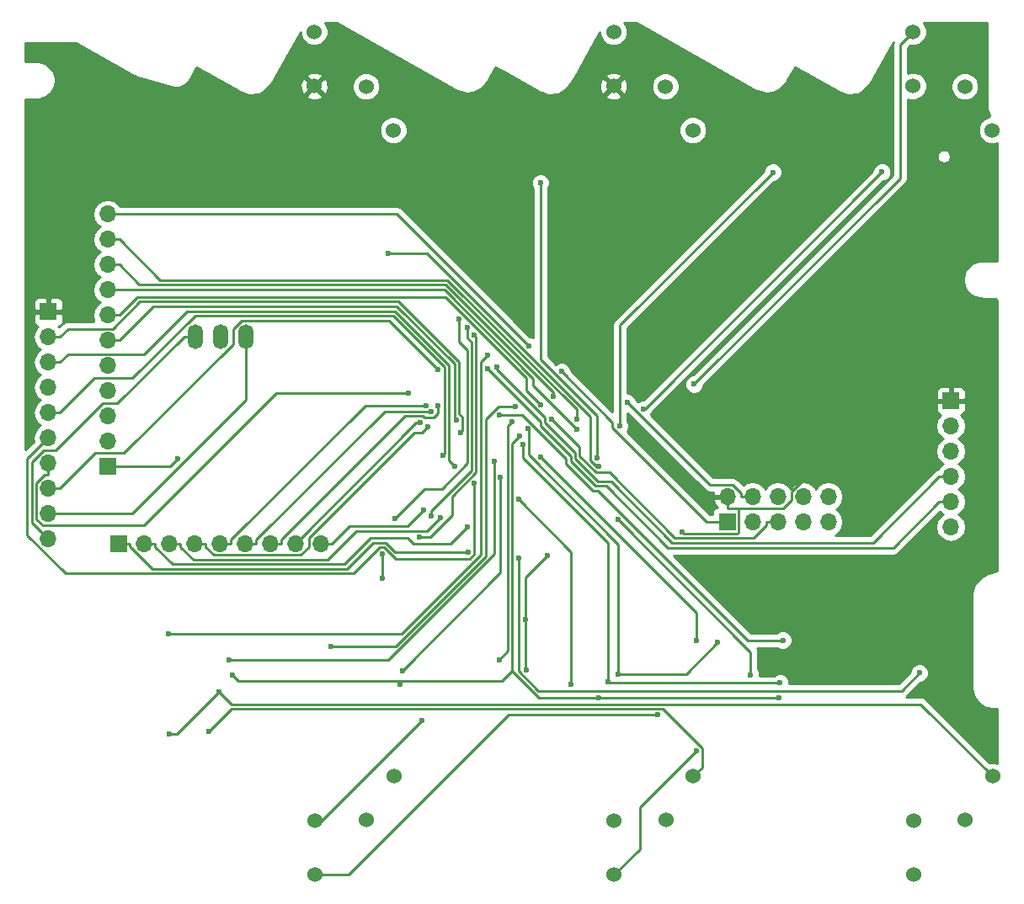
<source format=gbl>
G04 #@! TF.FileFunction,Copper,L2,Bot,Signal*
%FSLAX46Y46*%
G04 Gerber Fmt 4.6, Leading zero omitted, Abs format (unit mm)*
G04 Created by KiCad (PCBNEW 4.0.7-e2-6376~58~ubuntu16.04.1) date Wed Aug  1 19:42:02 2018*
%MOMM*%
%LPD*%
G01*
G04 APERTURE LIST*
%ADD10C,0.100000*%
%ADD11R,1.700000X1.700000*%
%ADD12O,1.700000X1.700000*%
%ADD13O,1.501140X2.499360*%
%ADD14C,1.524000*%
%ADD15C,0.600000*%
%ADD16C,0.250000*%
%ADD17C,0.254000*%
G04 APERTURE END LIST*
D10*
D11*
X160270000Y-96140000D03*
D12*
X160270000Y-93600000D03*
X162810000Y-96140000D03*
X162810000Y-93600000D03*
X165350000Y-96140000D03*
X165350000Y-93600000D03*
X167890000Y-96140000D03*
X167890000Y-93600000D03*
X170430000Y-96140000D03*
X170430000Y-93600000D03*
D11*
X97970000Y-90590000D03*
D12*
X97970000Y-88050000D03*
X97970000Y-85510000D03*
X97970000Y-82970000D03*
X97970000Y-80430000D03*
X97970000Y-77890000D03*
X97970000Y-75350000D03*
X97970000Y-72810000D03*
X97970000Y-70270000D03*
X97970000Y-67730000D03*
X97970000Y-65190000D03*
D11*
X182750000Y-83950000D03*
D12*
X182750000Y-86490000D03*
X182750000Y-89030000D03*
X182750000Y-91570000D03*
X182750000Y-94110000D03*
X182750000Y-96650000D03*
D11*
X99060000Y-98300000D03*
D12*
X101600000Y-98300000D03*
X104140000Y-98300000D03*
X106680000Y-98300000D03*
X109220000Y-98300000D03*
X111760000Y-98300000D03*
X114300000Y-98300000D03*
X116840000Y-98300000D03*
X119380000Y-98300000D03*
D11*
X92000000Y-75000000D03*
D12*
X92000000Y-77540000D03*
X92000000Y-80080000D03*
X92000000Y-82620000D03*
X92000000Y-85160000D03*
X92000000Y-87700000D03*
X92000000Y-90240000D03*
X92000000Y-92780000D03*
X92000000Y-95320000D03*
X92000000Y-97860000D03*
D13*
X109350000Y-77470000D03*
X106810000Y-77470000D03*
X111890000Y-77470000D03*
D14*
X126750000Y-121750000D03*
X124000000Y-126150000D03*
X118800000Y-126200000D03*
X118800000Y-131650000D03*
X126700000Y-56750000D03*
X123950000Y-52350000D03*
X118750000Y-52300000D03*
X118750000Y-46850000D03*
X156850000Y-121750000D03*
X154100000Y-126150000D03*
X148900000Y-126200000D03*
X148900000Y-131650000D03*
X156800000Y-56750000D03*
X154050000Y-52350000D03*
X148850000Y-52300000D03*
X148850000Y-46850000D03*
X186950000Y-121750000D03*
X184200000Y-126150000D03*
X179000000Y-126200000D03*
X179000000Y-131650000D03*
X186900000Y-56750000D03*
X184150000Y-52350000D03*
X178950000Y-52300000D03*
X178950000Y-46850000D03*
D15*
X142205500Y-99504500D03*
X140112800Y-111065500D03*
X140024700Y-105950000D03*
X150207600Y-84106000D03*
X125606700Y-101792100D03*
X125586400Y-99364700D03*
X155723000Y-97136100D03*
X109179100Y-113211900D03*
X104192200Y-117476000D03*
X108132300Y-117213200D03*
X157153200Y-119177900D03*
X143628500Y-81024700D03*
X142637700Y-85801400D03*
X141495200Y-62032800D03*
X147156200Y-89678200D03*
X126221600Y-69118900D03*
X147349100Y-90556100D03*
X129555500Y-116158700D03*
X153293100Y-115569200D03*
X156947900Y-82292900D03*
X105032300Y-89780800D03*
X133052800Y-85876800D03*
X141551700Y-84364600D03*
X145163900Y-86825800D03*
X142763800Y-83522000D03*
X145153600Y-85775100D03*
X140291900Y-78407500D03*
X136170000Y-80697100D03*
X137152700Y-80601500D03*
X134199100Y-99151500D03*
X134174200Y-96628800D03*
X131416500Y-95702000D03*
X130187700Y-86533100D03*
X129985000Y-84427800D03*
X130534600Y-85010000D03*
X131171300Y-84444000D03*
X129365300Y-86135100D03*
X129764100Y-94913700D03*
X133468100Y-87133800D03*
X132901300Y-90531400D03*
X131657800Y-89455800D03*
X134865600Y-92223200D03*
X110167800Y-110035000D03*
X136841300Y-90081400D03*
X127590900Y-111128800D03*
X137491000Y-91620600D03*
X144549900Y-112495000D03*
X139280200Y-93880100D03*
X162633800Y-111512300D03*
X149299900Y-95904100D03*
X134132400Y-76619400D03*
X130535100Y-95539000D03*
X179592900Y-111335000D03*
X139282200Y-99767100D03*
X139710800Y-88390600D03*
X165589200Y-112351000D03*
X148317000Y-112184600D03*
X149334300Y-111449000D03*
X159325900Y-108274600D03*
X140203700Y-86780900D03*
X127370000Y-112480600D03*
X110534200Y-111588500D03*
X165505000Y-113865800D03*
X147314700Y-113795000D03*
X139366600Y-87511600D03*
X104122900Y-107435000D03*
X136171500Y-79382000D03*
X120456000Y-108665000D03*
X139000000Y-84560700D03*
X137335100Y-109992300D03*
X138650800Y-86031600D03*
X157195600Y-108050300D03*
X141522300Y-89642200D03*
X165868100Y-108037500D03*
X137353400Y-85366100D03*
X128209600Y-83175300D03*
X131191300Y-80832800D03*
X164867600Y-60961200D03*
X149466200Y-86506700D03*
X175834800Y-60941500D03*
X151848300Y-84795700D03*
X133300100Y-75767400D03*
X126840700Y-95780300D03*
X134812500Y-77328300D03*
X129342500Y-97685600D03*
D16*
X111890000Y-77470000D02*
X111890000Y-79045100D01*
X100442700Y-95320000D02*
X92000000Y-95320000D01*
X111890000Y-83872700D02*
X100442700Y-95320000D01*
X111890000Y-79045100D02*
X111890000Y-83872700D01*
X140024700Y-101685300D02*
X142205500Y-99504500D01*
X140024700Y-105950000D02*
X140024700Y-101685300D01*
X162810000Y-93600000D02*
X161634700Y-93600000D01*
X140024700Y-110977400D02*
X140112800Y-111065500D01*
X140024700Y-105950000D02*
X140024700Y-110977400D01*
X158526300Y-92424700D02*
X150207600Y-84106000D01*
X160826800Y-92424700D02*
X158526300Y-92424700D01*
X161634700Y-93232600D02*
X160826800Y-92424700D01*
X161634700Y-93600000D02*
X161634700Y-93232600D01*
X125606700Y-99385000D02*
X125586400Y-99364700D01*
X125606700Y-101792100D02*
X125606700Y-99385000D01*
X165869300Y-94775400D02*
X161445400Y-94775400D01*
X166714600Y-93930100D02*
X165869300Y-94775400D01*
X166714600Y-93084600D02*
X166714600Y-93930100D01*
X175849200Y-83950000D02*
X166714600Y-93084600D01*
X182750000Y-83950000D02*
X175849200Y-83950000D01*
X161445300Y-94775300D02*
X160270000Y-94775300D01*
X161445400Y-94775400D02*
X161445300Y-94775300D01*
X160270000Y-93600000D02*
X160270000Y-94775300D01*
X155902200Y-97315300D02*
X155723000Y-97136100D01*
X161303900Y-97315300D02*
X155902200Y-97315300D01*
X161445400Y-97173800D02*
X161303900Y-97315300D01*
X161445400Y-94775400D02*
X161445400Y-97173800D01*
X104915000Y-117476000D02*
X104192200Y-117476000D01*
X109179100Y-113211900D02*
X104915000Y-117476000D01*
X179691100Y-114491100D02*
X186950000Y-121750000D01*
X110458300Y-114491100D02*
X179691100Y-114491100D01*
X109179100Y-113211900D02*
X110458300Y-114491100D01*
X110401700Y-114943800D02*
X108132300Y-117213200D01*
X153822000Y-114943800D02*
X110401700Y-114943800D01*
X157778500Y-118900300D02*
X153822000Y-114943800D01*
X157778500Y-120821500D02*
X157778500Y-118900300D01*
X156850000Y-121750000D02*
X157778500Y-120821500D01*
X151475000Y-124856100D02*
X157153200Y-119177900D01*
X151475000Y-129075000D02*
X151475000Y-124856100D01*
X148900000Y-131650000D02*
X151475000Y-129075000D01*
X158190400Y-96140000D02*
X160270000Y-96140000D01*
X148735900Y-86685500D02*
X158190400Y-96140000D01*
X148735900Y-86132100D02*
X148735900Y-86685500D01*
X143628500Y-81024700D02*
X148735900Y-86132100D01*
X165350000Y-96140000D02*
X164174700Y-96140000D01*
X145432300Y-88596000D02*
X142637700Y-85801400D01*
X145432300Y-89545900D02*
X145432300Y-88596000D01*
X147067800Y-91181400D02*
X145432300Y-89545900D01*
X148431900Y-91181400D02*
X147067800Y-91181400D01*
X155016100Y-97765600D02*
X148431900Y-91181400D01*
X162916400Y-97765600D02*
X155016100Y-97765600D01*
X164174700Y-96507300D02*
X162916400Y-97765600D01*
X164174700Y-96140000D02*
X164174700Y-96507300D01*
X90373500Y-96233500D02*
X92000000Y-97860000D01*
X90373500Y-90140000D02*
X90373500Y-96233500D01*
X91543500Y-88970000D02*
X90373500Y-90140000D01*
X92779700Y-88970000D02*
X91543500Y-88970000D01*
X97509700Y-84240000D02*
X92779700Y-88970000D01*
X98964100Y-84240000D02*
X97509700Y-84240000D01*
X105734100Y-77470000D02*
X98964100Y-84240000D01*
X106810000Y-77470000D02*
X105734100Y-77470000D01*
X147156200Y-85436700D02*
X147156200Y-89678200D01*
X141495200Y-79775700D02*
X147156200Y-85436700D01*
X141495200Y-62032800D02*
X141495200Y-79775700D01*
X130083600Y-69118900D02*
X126221600Y-69118900D01*
X146480700Y-85516000D02*
X130083600Y-69118900D01*
X146480700Y-89935300D02*
X146480700Y-85516000D01*
X147101500Y-90556100D02*
X146480700Y-89935300D01*
X147349100Y-90556100D02*
X147101500Y-90556100D01*
X119514200Y-126200000D02*
X129555500Y-116158700D01*
X118800000Y-126200000D02*
X119514200Y-126200000D01*
X138323700Y-115569200D02*
X153293100Y-115569200D01*
X122242900Y-131650000D02*
X138323700Y-115569200D01*
X118800000Y-131650000D02*
X122242900Y-131650000D01*
X177673900Y-61566900D02*
X156947900Y-82292900D01*
X177674000Y-61566900D02*
X177673900Y-61566900D01*
X177674000Y-48126000D02*
X177674000Y-61566900D01*
X178950000Y-46850000D02*
X177674000Y-48126000D01*
X104223100Y-90590000D02*
X105032300Y-89780800D01*
X97970000Y-90590000D02*
X104223100Y-90590000D01*
X97970000Y-77890000D02*
X99145300Y-77890000D01*
X132842700Y-85666700D02*
X133052800Y-85876800D01*
X132842700Y-80236000D02*
X132842700Y-85666700D01*
X127065600Y-74458900D02*
X132842700Y-80236000D01*
X102576400Y-74458900D02*
X127065600Y-74458900D01*
X99145300Y-77890000D02*
X102576400Y-74458900D01*
X97970000Y-75350000D02*
X99145300Y-75350000D01*
X100975800Y-73519500D02*
X99145300Y-75350000D01*
X131936600Y-73519500D02*
X100975800Y-73519500D01*
X140084900Y-81667800D02*
X131936600Y-73519500D01*
X140084900Y-82897800D02*
X140084900Y-81667800D01*
X141551700Y-84364600D02*
X140084900Y-82897800D01*
X131864000Y-72810000D02*
X97970000Y-72810000D01*
X140760300Y-81706300D02*
X131864000Y-72810000D01*
X140760300Y-82422200D02*
X140760300Y-81706300D01*
X145163900Y-86825800D02*
X140760300Y-82422200D01*
X97970000Y-70270000D02*
X99145300Y-70270000D01*
X101125300Y-72250000D02*
X99145300Y-70270000D01*
X131940900Y-72250000D02*
X101125300Y-72250000D01*
X142763800Y-83072900D02*
X131940900Y-72250000D01*
X142763800Y-83522000D02*
X142763800Y-83072900D01*
X97970000Y-67730000D02*
X99145300Y-67730000D01*
X103214900Y-71799600D02*
X99145300Y-67730000D01*
X132127400Y-71799600D02*
X103214900Y-71799600D01*
X145153600Y-84825800D02*
X132127400Y-71799600D01*
X145153600Y-85775100D02*
X145153600Y-84825800D01*
X127074400Y-65190000D02*
X140291900Y-78407500D01*
X97970000Y-65190000D02*
X127074400Y-65190000D01*
X182750000Y-94110000D02*
X181574700Y-94110000D01*
X176959300Y-98725400D02*
X181574700Y-94110000D01*
X154298200Y-98725400D02*
X176959300Y-98725400D01*
X148105100Y-92532300D02*
X154298200Y-98725400D01*
X147045700Y-92532300D02*
X148105100Y-92532300D01*
X144531700Y-90018300D02*
X147045700Y-92532300D01*
X144531700Y-89502600D02*
X144531700Y-90018300D01*
X141499800Y-86470700D02*
X144531700Y-89502600D01*
X141499800Y-86026900D02*
X141499800Y-86470700D01*
X136170000Y-80697100D02*
X141499800Y-86026900D01*
X182750000Y-91570000D02*
X181574700Y-91570000D01*
X174928800Y-98215900D02*
X181574700Y-91570000D01*
X154744100Y-98215900D02*
X174928800Y-98215900D01*
X148610200Y-92082000D02*
X154744100Y-98215900D01*
X147300100Y-92082000D02*
X148610200Y-92082000D01*
X144982000Y-89763900D02*
X147300100Y-92082000D01*
X144982000Y-89154600D02*
X144982000Y-89763900D01*
X141950100Y-86122700D02*
X144982000Y-89154600D01*
X141950100Y-85647300D02*
X141950100Y-86122700D01*
X137152700Y-80849900D02*
X141950100Y-85647300D01*
X137152700Y-80601500D02*
X137152700Y-80849900D01*
X99060000Y-98300000D02*
X100235300Y-98300000D01*
X126894500Y-99151500D02*
X134199100Y-99151500D01*
X125974500Y-98231500D02*
X126894500Y-99151500D01*
X124638100Y-98231500D02*
X125974500Y-98231500D01*
X122010500Y-100859100D02*
X124638100Y-98231500D01*
X102465500Y-100859100D02*
X122010500Y-100859100D01*
X100235300Y-98628900D02*
X102465500Y-100859100D01*
X100235300Y-98300000D02*
X100235300Y-98628900D01*
X101600000Y-98300000D02*
X102775300Y-98300000D01*
X132492000Y-98311000D02*
X134174200Y-96628800D01*
X128717100Y-98311000D02*
X132492000Y-98311000D01*
X128160400Y-97754300D02*
X128717100Y-98311000D01*
X124401600Y-97754300D02*
X128160400Y-97754300D01*
X121747100Y-100408800D02*
X124401600Y-97754300D01*
X104516800Y-100408800D02*
X121747100Y-100408800D01*
X102775300Y-98667300D02*
X104516800Y-100408800D01*
X102775300Y-98300000D02*
X102775300Y-98667300D01*
X104140000Y-98300000D02*
X105315300Y-98300000D01*
X105315300Y-98667400D02*
X105315300Y-98300000D01*
X106606400Y-99958500D02*
X105315300Y-98667400D01*
X120097600Y-99958500D02*
X106606400Y-99958500D01*
X123001100Y-97055000D02*
X120097600Y-99958500D01*
X130063500Y-97055000D02*
X123001100Y-97055000D01*
X131416500Y-95702000D02*
X130063500Y-97055000D01*
X106680000Y-98300000D02*
X107855300Y-98300000D01*
X129562400Y-87158400D02*
X130187700Y-86533100D01*
X128778500Y-87158400D02*
X129562400Y-87158400D01*
X118204600Y-97732300D02*
X128778500Y-87158400D01*
X118204600Y-98645900D02*
X118204600Y-97732300D01*
X117375200Y-99475300D02*
X118204600Y-98645900D01*
X108663200Y-99475300D02*
X117375200Y-99475300D01*
X107855300Y-98667400D02*
X108663200Y-99475300D01*
X107855300Y-98300000D02*
X107855300Y-98667400D01*
X109220000Y-98300000D02*
X110395300Y-98300000D01*
X123900200Y-84427800D02*
X129985000Y-84427800D01*
X110395300Y-97932700D02*
X123900200Y-84427800D01*
X110395300Y-98300000D02*
X110395300Y-97932700D01*
X111760000Y-98300000D02*
X112935300Y-98300000D01*
X112935300Y-97932700D02*
X112935300Y-98300000D01*
X125808500Y-85059500D02*
X112935300Y-97932700D01*
X130485100Y-85059500D02*
X125808500Y-85059500D01*
X130534600Y-85010000D02*
X130485100Y-85059500D01*
X114300000Y-98300000D02*
X115475300Y-98300000D01*
X115475300Y-97932700D02*
X115475300Y-98300000D01*
X127898200Y-85509800D02*
X115475300Y-97932700D01*
X129665200Y-85509800D02*
X127898200Y-85509800D01*
X129815700Y-85660300D02*
X129665200Y-85509800D01*
X130768900Y-85660300D02*
X129815700Y-85660300D01*
X131171300Y-85257900D02*
X130768900Y-85660300D01*
X131171300Y-84444000D02*
X131171300Y-85257900D01*
X129004900Y-86135100D02*
X116840000Y-98300000D01*
X129365300Y-86135100D02*
X129004900Y-86135100D01*
X122311300Y-96544000D02*
X120555300Y-98300000D01*
X128133800Y-96544000D02*
X122311300Y-96544000D01*
X129764100Y-94913700D02*
X128133800Y-96544000D01*
X119380000Y-98300000D02*
X120555300Y-98300000D01*
X92000000Y-77540000D02*
X93175300Y-77540000D01*
X133678100Y-86923800D02*
X133468100Y-87133800D01*
X133678100Y-85617700D02*
X133678100Y-86923800D01*
X133293200Y-85232800D02*
X133678100Y-85617700D01*
X133293100Y-85232800D02*
X133293200Y-85232800D01*
X133293100Y-80049500D02*
X133293100Y-85232800D01*
X127233400Y-73989800D02*
X133293100Y-80049500D01*
X101230400Y-73989800D02*
X127233400Y-73989800D01*
X98511300Y-76708900D02*
X101230400Y-73989800D01*
X94006400Y-76708900D02*
X98511300Y-76708900D01*
X93175300Y-77540000D02*
X94006400Y-76708900D01*
X92000000Y-80080000D02*
X93175300Y-80080000D01*
X132305000Y-89935100D02*
X132901300Y-90531400D01*
X132305000Y-80368500D02*
X132305000Y-89935100D01*
X126888300Y-74951800D02*
X132305000Y-80368500D01*
X105951300Y-74951800D02*
X126888300Y-74951800D01*
X101654200Y-79248900D02*
X105951300Y-74951800D01*
X94006400Y-79248900D02*
X101654200Y-79248900D01*
X93175300Y-80080000D02*
X94006400Y-79248900D01*
X92000000Y-85160000D02*
X93175300Y-85160000D01*
X131851100Y-89262500D02*
X131657800Y-89455800D01*
X131851100Y-80586800D02*
X131851100Y-89262500D01*
X126666400Y-75402100D02*
X131851100Y-80586800D01*
X106774800Y-75402100D02*
X126666400Y-75402100D01*
X100476900Y-81700000D02*
X106774800Y-75402100D01*
X96635300Y-81700000D02*
X100476900Y-81700000D01*
X93175300Y-85160000D02*
X96635300Y-81700000D01*
X134865600Y-99388100D02*
X134865600Y-92223200D01*
X134429700Y-99824000D02*
X134865600Y-99388100D01*
X126930100Y-99824000D02*
X134429700Y-99824000D01*
X125806000Y-98699900D02*
X126930100Y-99824000D01*
X125366700Y-98699900D02*
X125806000Y-98699900D01*
X122757200Y-101309400D02*
X125366700Y-98699900D01*
X93728700Y-101309400D02*
X122757200Y-101309400D01*
X89889500Y-97470200D02*
X93728700Y-101309400D01*
X89889500Y-89810500D02*
X89889500Y-97470200D01*
X92000000Y-87700000D02*
X89889500Y-89810500D01*
X136841300Y-99391700D02*
X136841300Y-90081400D01*
X126198000Y-110035000D02*
X136841300Y-99391700D01*
X110167800Y-110035000D02*
X126198000Y-110035000D01*
X137491000Y-101228700D02*
X137491000Y-91620600D01*
X127590900Y-111128800D02*
X137491000Y-101228700D01*
X144549900Y-99149800D02*
X144549900Y-112495000D01*
X139280200Y-93880100D02*
X144549900Y-99149800D01*
X162633800Y-109238000D02*
X149299900Y-95904100D01*
X162633800Y-111512300D02*
X162633800Y-109238000D01*
X130535100Y-95032500D02*
X130535100Y-95539000D01*
X134578700Y-90988900D02*
X130535100Y-95032500D01*
X134578700Y-78077500D02*
X134578700Y-90988900D01*
X134132400Y-77631200D02*
X134578700Y-78077500D01*
X134132400Y-76619400D02*
X134132400Y-77631200D01*
X139282200Y-111128100D02*
X139282200Y-99767100D01*
X141276400Y-113122300D02*
X139282200Y-111128100D01*
X177805600Y-113122300D02*
X141276400Y-113122300D01*
X179592900Y-111335000D02*
X177805600Y-113122300D01*
X148483400Y-112351000D02*
X148317000Y-112184600D01*
X165589200Y-112351000D02*
X148483400Y-112351000D01*
X139710800Y-89670400D02*
X139710800Y-88390600D01*
X148317000Y-98276600D02*
X139710800Y-89670400D01*
X148317000Y-112184600D02*
X148317000Y-98276600D01*
X156151500Y-111449000D02*
X149334300Y-111449000D01*
X159325900Y-108274600D02*
X156151500Y-111449000D01*
X140336100Y-86913300D02*
X140203700Y-86780900D01*
X140336100Y-89394900D02*
X140336100Y-86913300D01*
X149334200Y-98393000D02*
X140336100Y-89394900D01*
X149334200Y-111449000D02*
X149334200Y-98393000D01*
X149334300Y-111449000D02*
X149334200Y-111449000D01*
X111125300Y-112179600D02*
X110534200Y-111588500D01*
X127370000Y-112179600D02*
X111125300Y-112179600D01*
X127370000Y-112179600D02*
X127370000Y-112480600D01*
X147385500Y-113865800D02*
X147314700Y-113795000D01*
X165505000Y-113865800D02*
X147385500Y-113865800D01*
X137622300Y-112179600D02*
X127370000Y-112179600D01*
X138654800Y-111147100D02*
X137622300Y-112179600D01*
X141302700Y-113795000D02*
X138654800Y-111147100D01*
X147314700Y-113795000D02*
X141302700Y-113795000D01*
X138654800Y-88223400D02*
X139366600Y-87511600D01*
X138654800Y-111147100D02*
X138654800Y-88223400D01*
X135540600Y-80012900D02*
X136171500Y-79382000D01*
X135540600Y-99402400D02*
X135540600Y-80012900D01*
X127508000Y-107435000D02*
X135540600Y-99402400D01*
X104122900Y-107435000D02*
X127508000Y-107435000D01*
X137238400Y-84560700D02*
X139000000Y-84560700D01*
X135991000Y-85808100D02*
X137238400Y-84560700D01*
X135991000Y-99588900D02*
X135991000Y-85808100D01*
X126914900Y-108665000D02*
X135991000Y-99588900D01*
X120456000Y-108665000D02*
X126914900Y-108665000D01*
X138198200Y-86484200D02*
X138650800Y-86031600D01*
X138198200Y-109129200D02*
X138198200Y-86484200D01*
X137335100Y-109992300D02*
X138198200Y-109129200D01*
X157195600Y-105315500D02*
X141522300Y-89642200D01*
X157195600Y-108050300D02*
X157195600Y-105315500D01*
X139673600Y-85366100D02*
X137353400Y-85366100D01*
X144081400Y-89773900D02*
X139673600Y-85366100D01*
X144081400Y-90284800D02*
X144081400Y-89773900D01*
X146779200Y-92982600D02*
X144081400Y-90284800D01*
X147312800Y-92982600D02*
X146779200Y-92982600D01*
X162367700Y-108037500D02*
X147312800Y-92982600D01*
X165868100Y-108037500D02*
X162367700Y-108037500D01*
X92000000Y-90240000D02*
X92000000Y-91415300D01*
X114919900Y-83175300D02*
X128209600Y-83175300D01*
X101599800Y-96495400D02*
X114919900Y-83175300D01*
X91477100Y-96495400D02*
X101599800Y-96495400D01*
X90824700Y-95843000D02*
X91477100Y-96495400D01*
X90824700Y-92223200D02*
X90824700Y-95843000D01*
X91632600Y-91415300D02*
X90824700Y-92223200D01*
X92000000Y-91415300D02*
X91632600Y-91415300D01*
X92000000Y-92780000D02*
X93175300Y-92780000D01*
X126251000Y-75892500D02*
X131191300Y-80832800D01*
X111442000Y-75892500D02*
X126251000Y-75892500D01*
X110620000Y-76714500D02*
X111442000Y-75892500D01*
X110620000Y-78233900D02*
X110620000Y-76714500D01*
X99628500Y-89225400D02*
X110620000Y-78233900D01*
X96729900Y-89225400D02*
X99628500Y-89225400D01*
X93175300Y-92780000D02*
X96729900Y-89225400D01*
X149466200Y-76362600D02*
X164867600Y-60961200D01*
X149466200Y-86506700D02*
X149466200Y-76362600D01*
X151980600Y-84795700D02*
X151848300Y-84795700D01*
X175834800Y-60941500D02*
X151980600Y-84795700D01*
X129826800Y-92794200D02*
X126840700Y-95780300D01*
X131570100Y-92794200D02*
X129826800Y-92794200D01*
X134128400Y-90235900D02*
X131570100Y-92794200D01*
X134128400Y-78871000D02*
X134128400Y-90235900D01*
X133300100Y-78042700D02*
X134128400Y-78871000D01*
X133300100Y-75767400D02*
X133300100Y-78042700D01*
X130404600Y-97685600D02*
X129342500Y-97685600D01*
X132639500Y-95450700D02*
X130404600Y-97685600D01*
X132639500Y-93565000D02*
X132639500Y-95450700D01*
X135029000Y-91175500D02*
X132639500Y-93565000D01*
X135029000Y-77544800D02*
X135029000Y-91175500D01*
X134812500Y-77328300D02*
X135029000Y-77544800D01*
D17*
G36*
X121472230Y-46220761D02*
X121472231Y-46220761D01*
X121472232Y-46220762D01*
X133129928Y-52749376D01*
X133194089Y-52770223D01*
X133252955Y-52803190D01*
X133809581Y-52984049D01*
X134075002Y-53015463D01*
X134075003Y-53015463D01*
X134658469Y-52969543D01*
X134658470Y-52969543D01*
X134915709Y-52896994D01*
X135437190Y-52631286D01*
X135444196Y-52625763D01*
X135647084Y-52465819D01*
X136027187Y-52020775D01*
X136060153Y-51961910D01*
X136103963Y-51910616D01*
X136319376Y-51525982D01*
X136319377Y-51525978D01*
X136319380Y-51525975D01*
X136959253Y-50383401D01*
X138106585Y-51025938D01*
X138106587Y-51025939D01*
X141534075Y-52945431D01*
X141598267Y-52966288D01*
X141657113Y-52999244D01*
X142213739Y-53180103D01*
X142479160Y-53211517D01*
X142479161Y-53211517D01*
X143062627Y-53165597D01*
X143319866Y-53093049D01*
X143841347Y-52827341D01*
X144051241Y-52661874D01*
X144431344Y-52216830D01*
X144464346Y-52157901D01*
X144508112Y-52106657D01*
X144516151Y-52092302D01*
X147440856Y-52092302D01*
X147468638Y-52647368D01*
X147627603Y-53031143D01*
X147869787Y-53100608D01*
X148670395Y-52300000D01*
X149029605Y-52300000D01*
X149830213Y-53100608D01*
X150072397Y-53031143D01*
X150216702Y-52626661D01*
X152652758Y-52626661D01*
X152864990Y-53140303D01*
X153257630Y-53533629D01*
X153770900Y-53746757D01*
X154326661Y-53747242D01*
X154840303Y-53535010D01*
X155233629Y-53142370D01*
X155446757Y-52629100D01*
X155447242Y-52073339D01*
X155235010Y-51559697D01*
X154842370Y-51166371D01*
X154329100Y-50953243D01*
X153773339Y-50952758D01*
X153259697Y-51164990D01*
X152866371Y-51557630D01*
X152653243Y-52070900D01*
X152652758Y-52626661D01*
X150216702Y-52626661D01*
X150259144Y-52507698D01*
X150231362Y-51952632D01*
X150072397Y-51568857D01*
X149830213Y-51499392D01*
X149029605Y-52300000D01*
X148670395Y-52300000D01*
X147869787Y-51499392D01*
X147627603Y-51568857D01*
X147440856Y-52092302D01*
X144516151Y-52092302D01*
X144948781Y-51319787D01*
X148049392Y-51319787D01*
X148850000Y-52120395D01*
X149650608Y-51319787D01*
X149581143Y-51077603D01*
X149057698Y-50890856D01*
X148502632Y-50918638D01*
X148118857Y-51077603D01*
X148049392Y-51319787D01*
X144948781Y-51319787D01*
X147453001Y-46848190D01*
X147452758Y-47126661D01*
X147664990Y-47640303D01*
X148057630Y-48033629D01*
X148570900Y-48246757D01*
X149126661Y-48247242D01*
X149640303Y-48035010D01*
X150033629Y-47642370D01*
X150246757Y-47129100D01*
X150247242Y-46573339D01*
X150035010Y-46059697D01*
X149936252Y-45960766D01*
X151107986Y-45960766D01*
X151572237Y-46220761D01*
X151572238Y-46220761D01*
X151572239Y-46220762D01*
X163229939Y-52749379D01*
X163294104Y-52770227D01*
X163352968Y-52803193D01*
X163909594Y-52984051D01*
X164175015Y-53015465D01*
X164758481Y-52969545D01*
X164758482Y-52969545D01*
X165015721Y-52896996D01*
X165537201Y-52631288D01*
X165579882Y-52597641D01*
X165747095Y-52465821D01*
X166127198Y-52020777D01*
X166160155Y-51961928D01*
X166203980Y-51910615D01*
X166419388Y-51525971D01*
X167059259Y-50383401D01*
X168206591Y-51025938D01*
X168206593Y-51025939D01*
X171634081Y-52945431D01*
X171698237Y-52966277D01*
X171757104Y-52999244D01*
X172313730Y-53180103D01*
X172579151Y-53211517D01*
X172579152Y-53211517D01*
X173162618Y-53165597D01*
X173419857Y-53093049D01*
X173941338Y-52827341D01*
X174151232Y-52661874D01*
X174531335Y-52216830D01*
X174564308Y-52157952D01*
X174608118Y-52106657D01*
X176956195Y-47913872D01*
X176914000Y-48126000D01*
X176914000Y-61251998D01*
X156808220Y-81357778D01*
X156762733Y-81357738D01*
X156418957Y-81499783D01*
X156155708Y-81762573D01*
X156013062Y-82106101D01*
X156012738Y-82478067D01*
X156154783Y-82821843D01*
X156417573Y-83085092D01*
X156761101Y-83227738D01*
X157133067Y-83228062D01*
X157476843Y-83086017D01*
X157589366Y-82973690D01*
X181265000Y-82973690D01*
X181265000Y-83664250D01*
X181423750Y-83823000D01*
X182623000Y-83823000D01*
X182623000Y-82623750D01*
X182877000Y-82623750D01*
X182877000Y-83823000D01*
X184076250Y-83823000D01*
X184235000Y-83664250D01*
X184235000Y-82973690D01*
X184138327Y-82740301D01*
X183959698Y-82561673D01*
X183726309Y-82465000D01*
X183035750Y-82465000D01*
X182877000Y-82623750D01*
X182623000Y-82623750D01*
X182464250Y-82465000D01*
X181773691Y-82465000D01*
X181540302Y-82561673D01*
X181361673Y-82740301D01*
X181265000Y-82973690D01*
X157589366Y-82973690D01*
X157740092Y-82823227D01*
X157882738Y-82479699D01*
X157882779Y-82432823D01*
X178211100Y-62104502D01*
X178211401Y-62104301D01*
X178376148Y-61857739D01*
X178434000Y-61566900D01*
X178434000Y-59375772D01*
X181367894Y-59375772D01*
X181420037Y-59637910D01*
X181568526Y-59860140D01*
X181790756Y-60008629D01*
X182052894Y-60060772D01*
X182060935Y-60060772D01*
X182323073Y-60008629D01*
X182545303Y-59860140D01*
X182693792Y-59637910D01*
X182745935Y-59375772D01*
X182693792Y-59113634D01*
X182545303Y-58891404D01*
X182323073Y-58742915D01*
X182060935Y-58690772D01*
X182052894Y-58690772D01*
X181790756Y-58742915D01*
X181568526Y-58891404D01*
X181420037Y-59113634D01*
X181367894Y-59375772D01*
X178434000Y-59375772D01*
X178434000Y-53598388D01*
X178670900Y-53696757D01*
X179226661Y-53697242D01*
X179740303Y-53485010D01*
X180133629Y-53092370D01*
X180327007Y-52626661D01*
X182752758Y-52626661D01*
X182964990Y-53140303D01*
X183357630Y-53533629D01*
X183870900Y-53746757D01*
X184426661Y-53747242D01*
X184940303Y-53535010D01*
X185333629Y-53142370D01*
X185546757Y-52629100D01*
X185547242Y-52073339D01*
X185335010Y-51559697D01*
X184942370Y-51166371D01*
X184429100Y-50953243D01*
X183873339Y-50952758D01*
X183359697Y-51164990D01*
X182966371Y-51557630D01*
X182753243Y-52070900D01*
X182752758Y-52626661D01*
X180327007Y-52626661D01*
X180346757Y-52579100D01*
X180347242Y-52023339D01*
X180135010Y-51509697D01*
X179742370Y-51116371D01*
X179229100Y-50903243D01*
X178673339Y-50902758D01*
X178434000Y-51001651D01*
X178434000Y-48440802D01*
X178640619Y-48234183D01*
X178670900Y-48246757D01*
X179226661Y-48247242D01*
X179740303Y-48035010D01*
X180133629Y-47642370D01*
X180346757Y-47129100D01*
X180347242Y-46573339D01*
X180135010Y-46059697D01*
X180036252Y-45960766D01*
X186367894Y-45960766D01*
X186367894Y-54275766D01*
X186373680Y-54304853D01*
X186370402Y-54334327D01*
X186392328Y-54589862D01*
X186416855Y-54674536D01*
X186429745Y-54761741D01*
X186602388Y-55245023D01*
X186666814Y-55352636D01*
X186666904Y-55352796D01*
X186623339Y-55352758D01*
X186109697Y-55564990D01*
X185716371Y-55957630D01*
X185503243Y-56470900D01*
X185502758Y-57026661D01*
X185714990Y-57540303D01*
X186107630Y-57933629D01*
X186620900Y-58146757D01*
X187176661Y-58147242D01*
X187420111Y-58046651D01*
X187374898Y-58360363D01*
X187377524Y-58409665D01*
X187367894Y-58458078D01*
X187367894Y-69890769D01*
X185852897Y-69890769D01*
X185786743Y-69903928D01*
X185719260Y-69903928D01*
X185260039Y-69995273D01*
X185118111Y-70054062D01*
X185013112Y-70097554D01*
X184623804Y-70357681D01*
X184539357Y-70442128D01*
X184434812Y-70546672D01*
X184174685Y-70935981D01*
X184135741Y-71030000D01*
X184072404Y-71182908D01*
X183981059Y-71642128D01*
X183981059Y-71909404D01*
X184072404Y-72368624D01*
X184087973Y-72406210D01*
X184174685Y-72615551D01*
X184434812Y-73004860D01*
X184495120Y-73065167D01*
X184623804Y-73193851D01*
X185013112Y-73453978D01*
X185115392Y-73496344D01*
X185260039Y-73556259D01*
X185719260Y-73647604D01*
X185786743Y-73647604D01*
X185852897Y-73660763D01*
X187257411Y-73660763D01*
X187367894Y-73852130D01*
X187367894Y-101035884D01*
X186305579Y-101422536D01*
X186290436Y-101431725D01*
X186273084Y-101435309D01*
X186132279Y-101494848D01*
X186070343Y-101536894D01*
X186002047Y-101567546D01*
X185595222Y-101856886D01*
X185510246Y-101946969D01*
X185422677Y-102034537D01*
X185097518Y-102521172D01*
X185059202Y-102613676D01*
X184995237Y-102768101D01*
X184881056Y-103342126D01*
X184881056Y-103409593D01*
X184867894Y-103475763D01*
X184867894Y-112775766D01*
X184881056Y-112841936D01*
X184881056Y-112909403D01*
X184995237Y-113483428D01*
X185039698Y-113590766D01*
X185097518Y-113730357D01*
X185422677Y-114216992D01*
X185481452Y-114275766D01*
X185611668Y-114405983D01*
X186098304Y-114731142D01*
X186345232Y-114833423D01*
X186919257Y-114947604D01*
X186986725Y-114947604D01*
X187052894Y-114960766D01*
X187367894Y-114960766D01*
X187367894Y-120093454D01*
X187377525Y-120141871D01*
X187374899Y-120191169D01*
X187409025Y-120427954D01*
X187229100Y-120353243D01*
X186673339Y-120352758D01*
X186640945Y-120366143D01*
X180228501Y-113953699D01*
X179981939Y-113788952D01*
X179691100Y-113731100D01*
X178236145Y-113731100D01*
X178343001Y-113659701D01*
X179732580Y-112270122D01*
X179778067Y-112270162D01*
X180121843Y-112128117D01*
X180385092Y-111865327D01*
X180527738Y-111521799D01*
X180528062Y-111149833D01*
X180386017Y-110806057D01*
X180123227Y-110542808D01*
X179779699Y-110400162D01*
X179407733Y-110399838D01*
X179063957Y-110541883D01*
X178800708Y-110804673D01*
X178658062Y-111148201D01*
X178658021Y-111195077D01*
X177490798Y-112362300D01*
X166524191Y-112362300D01*
X166524362Y-112165833D01*
X166382317Y-111822057D01*
X166119527Y-111558808D01*
X165775999Y-111416162D01*
X165404033Y-111415838D01*
X165060257Y-111557883D01*
X165027082Y-111591000D01*
X163568732Y-111591000D01*
X163568962Y-111327133D01*
X163426917Y-110983357D01*
X163393800Y-110950182D01*
X163393800Y-109238000D01*
X163359744Y-109066792D01*
X163335948Y-108947160D01*
X163235948Y-108797500D01*
X165305637Y-108797500D01*
X165337773Y-108829692D01*
X165681301Y-108972338D01*
X166053267Y-108972662D01*
X166397043Y-108830617D01*
X166660292Y-108567827D01*
X166802938Y-108224299D01*
X166803262Y-107852333D01*
X166661217Y-107508557D01*
X166398427Y-107245308D01*
X166054899Y-107102662D01*
X165682933Y-107102338D01*
X165339157Y-107244383D01*
X165305982Y-107277500D01*
X162682502Y-107277500D01*
X154890402Y-99485400D01*
X176959300Y-99485400D01*
X177250139Y-99427548D01*
X177496701Y-99262801D01*
X181642252Y-95117250D01*
X181670853Y-95160054D01*
X182000026Y-95380000D01*
X181670853Y-95599946D01*
X181348946Y-96081715D01*
X181235907Y-96650000D01*
X181348946Y-97218285D01*
X181670853Y-97700054D01*
X182152622Y-98021961D01*
X182720907Y-98135000D01*
X182779093Y-98135000D01*
X183347378Y-98021961D01*
X183829147Y-97700054D01*
X184151054Y-97218285D01*
X184264093Y-96650000D01*
X184151054Y-96081715D01*
X183829147Y-95599946D01*
X183499974Y-95380000D01*
X183829147Y-95160054D01*
X184151054Y-94678285D01*
X184264093Y-94110000D01*
X184151054Y-93541715D01*
X183829147Y-93059946D01*
X183499974Y-92840000D01*
X183829147Y-92620054D01*
X184151054Y-92138285D01*
X184264093Y-91570000D01*
X184151054Y-91001715D01*
X183829147Y-90519946D01*
X183499974Y-90300000D01*
X183829147Y-90080054D01*
X184151054Y-89598285D01*
X184264093Y-89030000D01*
X184151054Y-88461715D01*
X183829147Y-87979946D01*
X183499974Y-87760000D01*
X183829147Y-87540054D01*
X184151054Y-87058285D01*
X184264093Y-86490000D01*
X184151054Y-85921715D01*
X183829147Y-85439946D01*
X183785223Y-85410597D01*
X183959698Y-85338327D01*
X184138327Y-85159699D01*
X184235000Y-84926310D01*
X184235000Y-84235750D01*
X184076250Y-84077000D01*
X182877000Y-84077000D01*
X182877000Y-84097000D01*
X182623000Y-84097000D01*
X182623000Y-84077000D01*
X181423750Y-84077000D01*
X181265000Y-84235750D01*
X181265000Y-84926310D01*
X181361673Y-85159699D01*
X181540302Y-85338327D01*
X181714777Y-85410597D01*
X181670853Y-85439946D01*
X181348946Y-85921715D01*
X181235907Y-86490000D01*
X181348946Y-87058285D01*
X181670853Y-87540054D01*
X182000026Y-87760000D01*
X181670853Y-87979946D01*
X181348946Y-88461715D01*
X181235907Y-89030000D01*
X181348946Y-89598285D01*
X181670853Y-90080054D01*
X182000026Y-90300000D01*
X181670853Y-90519946D01*
X181462077Y-90832402D01*
X181283861Y-90867852D01*
X181037299Y-91032599D01*
X174613998Y-97455900D01*
X171125727Y-97455900D01*
X171480054Y-97219147D01*
X171801961Y-96737378D01*
X171915000Y-96169093D01*
X171915000Y-96110907D01*
X171801961Y-95542622D01*
X171480054Y-95060853D01*
X171194422Y-94870000D01*
X171480054Y-94679147D01*
X171801961Y-94197378D01*
X171915000Y-93629093D01*
X171915000Y-93570907D01*
X171801961Y-93002622D01*
X171480054Y-92520853D01*
X170998285Y-92198946D01*
X170430000Y-92085907D01*
X169861715Y-92198946D01*
X169379946Y-92520853D01*
X169160000Y-92850026D01*
X168940054Y-92520853D01*
X168458285Y-92198946D01*
X167890000Y-92085907D01*
X167321715Y-92198946D01*
X166839946Y-92520853D01*
X166620000Y-92850026D01*
X166400054Y-92520853D01*
X165918285Y-92198946D01*
X165350000Y-92085907D01*
X164781715Y-92198946D01*
X164299946Y-92520853D01*
X164080000Y-92850026D01*
X163860054Y-92520853D01*
X163378285Y-92198946D01*
X162810000Y-92085907D01*
X162241715Y-92198946D01*
X161902502Y-92425600D01*
X161364201Y-91887299D01*
X161117639Y-91722552D01*
X160826800Y-91664700D01*
X158841102Y-91664700D01*
X152571400Y-85394998D01*
X152640492Y-85326027D01*
X152722449Y-85128653D01*
X175974480Y-61876622D01*
X176019967Y-61876662D01*
X176363743Y-61734617D01*
X176626992Y-61471827D01*
X176769638Y-61128299D01*
X176769962Y-60756333D01*
X176627917Y-60412557D01*
X176365127Y-60149308D01*
X176021599Y-60006662D01*
X175649633Y-60006338D01*
X175305857Y-60148383D01*
X175042608Y-60411173D01*
X174899962Y-60754701D01*
X174899921Y-60801577D01*
X151840805Y-83860693D01*
X151663133Y-83860538D01*
X151319357Y-84002583D01*
X151249110Y-84072708D01*
X151142722Y-83966320D01*
X151142762Y-83920833D01*
X151000717Y-83577057D01*
X150737927Y-83313808D01*
X150394399Y-83171162D01*
X150226200Y-83171015D01*
X150226200Y-76677402D01*
X165007280Y-61896322D01*
X165052767Y-61896362D01*
X165396543Y-61754317D01*
X165659792Y-61491527D01*
X165802438Y-61147999D01*
X165802762Y-60776033D01*
X165660717Y-60432257D01*
X165397927Y-60169008D01*
X165054399Y-60026362D01*
X164682433Y-60026038D01*
X164338657Y-60168083D01*
X164075408Y-60430873D01*
X163932762Y-60774401D01*
X163932721Y-60821277D01*
X148928799Y-75825199D01*
X148764052Y-76071761D01*
X148706200Y-76362600D01*
X148706200Y-85027598D01*
X144563622Y-80885020D01*
X144563662Y-80839533D01*
X144421617Y-80495757D01*
X144158827Y-80232508D01*
X143815299Y-80089862D01*
X143443333Y-80089538D01*
X143099557Y-80231583D01*
X143062689Y-80268387D01*
X142255200Y-79460898D01*
X142255200Y-62595263D01*
X142287392Y-62563127D01*
X142430038Y-62219599D01*
X142430362Y-61847633D01*
X142288317Y-61503857D01*
X142025527Y-61240608D01*
X141681999Y-61097962D01*
X141310033Y-61097638D01*
X140966257Y-61239683D01*
X140703008Y-61502473D01*
X140560362Y-61846001D01*
X140560038Y-62217967D01*
X140702083Y-62561743D01*
X140735200Y-62594918D01*
X140735200Y-77579171D01*
X140478699Y-77472662D01*
X140431823Y-77472621D01*
X127611801Y-64652599D01*
X127365239Y-64487852D01*
X127074400Y-64430000D01*
X99242954Y-64430000D01*
X99049147Y-64139946D01*
X98567378Y-63818039D01*
X97999093Y-63705000D01*
X97940907Y-63705000D01*
X97372622Y-63818039D01*
X96890853Y-64139946D01*
X96568946Y-64621715D01*
X96455907Y-65190000D01*
X96568946Y-65758285D01*
X96890853Y-66240054D01*
X97220026Y-66460000D01*
X96890853Y-66679946D01*
X96568946Y-67161715D01*
X96455907Y-67730000D01*
X96568946Y-68298285D01*
X96890853Y-68780054D01*
X97220026Y-69000000D01*
X96890853Y-69219946D01*
X96568946Y-69701715D01*
X96455907Y-70270000D01*
X96568946Y-70838285D01*
X96890853Y-71320054D01*
X97220026Y-71540000D01*
X96890853Y-71759946D01*
X96568946Y-72241715D01*
X96455907Y-72810000D01*
X96568946Y-73378285D01*
X96890853Y-73860054D01*
X97220026Y-74080000D01*
X96890853Y-74299946D01*
X96568946Y-74781715D01*
X96455907Y-75350000D01*
X96568946Y-75918285D01*
X96589402Y-75948900D01*
X94006400Y-75948900D01*
X93715561Y-76006752D01*
X93468999Y-76171499D01*
X93107748Y-76532750D01*
X93079147Y-76489946D01*
X93035223Y-76460597D01*
X93209698Y-76388327D01*
X93388327Y-76209699D01*
X93485000Y-75976310D01*
X93485000Y-75285750D01*
X93326250Y-75127000D01*
X92127000Y-75127000D01*
X92127000Y-75147000D01*
X91873000Y-75147000D01*
X91873000Y-75127000D01*
X90673750Y-75127000D01*
X90515000Y-75285750D01*
X90515000Y-75976310D01*
X90611673Y-76209699D01*
X90790302Y-76388327D01*
X90964777Y-76460597D01*
X90920853Y-76489946D01*
X90598946Y-76971715D01*
X90485907Y-77540000D01*
X90598946Y-78108285D01*
X90920853Y-78590054D01*
X91250026Y-78810000D01*
X90920853Y-79029946D01*
X90598946Y-79511715D01*
X90485907Y-80080000D01*
X90598946Y-80648285D01*
X90920853Y-81130054D01*
X91250026Y-81350000D01*
X90920853Y-81569946D01*
X90598946Y-82051715D01*
X90485907Y-82620000D01*
X90598946Y-83188285D01*
X90920853Y-83670054D01*
X91250026Y-83890000D01*
X90920853Y-84109946D01*
X90598946Y-84591715D01*
X90485907Y-85160000D01*
X90598946Y-85728285D01*
X90920853Y-86210054D01*
X91250026Y-86430000D01*
X90920853Y-86649946D01*
X90598946Y-87131715D01*
X90485907Y-87700000D01*
X90558790Y-88066408D01*
X89737894Y-88887304D01*
X89737894Y-74023690D01*
X90515000Y-74023690D01*
X90515000Y-74714250D01*
X90673750Y-74873000D01*
X91873000Y-74873000D01*
X91873000Y-73673750D01*
X92127000Y-73673750D01*
X92127000Y-74873000D01*
X93326250Y-74873000D01*
X93485000Y-74714250D01*
X93485000Y-74023690D01*
X93388327Y-73790301D01*
X93209698Y-73611673D01*
X92976309Y-73515000D01*
X92285750Y-73515000D01*
X92127000Y-73673750D01*
X91873000Y-73673750D01*
X91714250Y-73515000D01*
X91023691Y-73515000D01*
X90790302Y-73611673D01*
X90611673Y-73790301D01*
X90515000Y-74023690D01*
X89737894Y-74023690D01*
X89737894Y-57026661D01*
X125302758Y-57026661D01*
X125514990Y-57540303D01*
X125907630Y-57933629D01*
X126420900Y-58146757D01*
X126976661Y-58147242D01*
X127490303Y-57935010D01*
X127883629Y-57542370D01*
X128096757Y-57029100D01*
X128096759Y-57026661D01*
X155402758Y-57026661D01*
X155614990Y-57540303D01*
X156007630Y-57933629D01*
X156520900Y-58146757D01*
X157076661Y-58147242D01*
X157590303Y-57935010D01*
X157983629Y-57542370D01*
X158196757Y-57029100D01*
X158197242Y-56473339D01*
X157985010Y-55959697D01*
X157592370Y-55566371D01*
X157079100Y-55353243D01*
X156523339Y-55352758D01*
X156009697Y-55564990D01*
X155616371Y-55957630D01*
X155403243Y-56470900D01*
X155402758Y-57026661D01*
X128096759Y-57026661D01*
X128097242Y-56473339D01*
X127885010Y-55959697D01*
X127492370Y-55566371D01*
X126979100Y-55353243D01*
X126423339Y-55352758D01*
X125909697Y-55564990D01*
X125516371Y-55957630D01*
X125303243Y-56470900D01*
X125302758Y-57026661D01*
X89737894Y-57026661D01*
X89737894Y-53610775D01*
X90852897Y-53610775D01*
X90908678Y-53599679D01*
X90965422Y-53601458D01*
X91354313Y-53536694D01*
X91469455Y-53493174D01*
X91585939Y-53453271D01*
X91883765Y-53280213D01*
X117949392Y-53280213D01*
X118018857Y-53522397D01*
X118542302Y-53709144D01*
X119097368Y-53681362D01*
X119481143Y-53522397D01*
X119550608Y-53280213D01*
X118750000Y-52479605D01*
X117949392Y-53280213D01*
X91883765Y-53280213D01*
X91990773Y-53218034D01*
X92057270Y-53159389D01*
X92130990Y-53110131D01*
X92237265Y-53003856D01*
X92286523Y-52930136D01*
X92345168Y-52863639D01*
X92580405Y-52458805D01*
X92667022Y-52205956D01*
X92667022Y-52205955D01*
X92729429Y-51741916D01*
X92712691Y-51475167D01*
X92592768Y-51022570D01*
X92534098Y-50902758D01*
X92475225Y-50782532D01*
X92191229Y-50410277D01*
X92098894Y-50328846D01*
X92009158Y-50244564D01*
X91674653Y-50035909D01*
X91559509Y-49992389D01*
X91445755Y-49945270D01*
X90986535Y-49853925D01*
X90919051Y-49853925D01*
X90852897Y-49840766D01*
X89737894Y-49840766D01*
X89737894Y-47960766D01*
X94740998Y-47960766D01*
X100601566Y-51242841D01*
X100638843Y-51254953D01*
X100671382Y-51276901D01*
X100984570Y-51408232D01*
X101023043Y-51416059D01*
X101057791Y-51434148D01*
X104352241Y-52394388D01*
X104372299Y-52396143D01*
X104390669Y-52404390D01*
X104503631Y-52430320D01*
X104590676Y-52432870D01*
X104676540Y-52447402D01*
X105066560Y-52436206D01*
X105327094Y-52376563D01*
X105683141Y-52216965D01*
X105740713Y-52176059D01*
X105753829Y-52172360D01*
X105765373Y-52163260D01*
X105813490Y-52140235D01*
X105853385Y-52110366D01*
X105889031Y-52070677D01*
X105901018Y-52062160D01*
X105908262Y-52050615D01*
X105963723Y-52006893D01*
X106217125Y-51710196D01*
X106258355Y-51636574D01*
X106309885Y-51569748D01*
X106889913Y-50400562D01*
X108006593Y-51025937D01*
X111434084Y-52945431D01*
X111498240Y-52966277D01*
X111557107Y-52999244D01*
X112113733Y-53180103D01*
X112379154Y-53211517D01*
X112379155Y-53211517D01*
X112962621Y-53165597D01*
X113219860Y-53093049D01*
X113741341Y-52827341D01*
X113951235Y-52661874D01*
X114331338Y-52216830D01*
X114364311Y-52157952D01*
X114408121Y-52106657D01*
X114416160Y-52092302D01*
X117340856Y-52092302D01*
X117368638Y-52647368D01*
X117527603Y-53031143D01*
X117769787Y-53100608D01*
X118570395Y-52300000D01*
X118929605Y-52300000D01*
X119730213Y-53100608D01*
X119972397Y-53031143D01*
X120116702Y-52626661D01*
X122552758Y-52626661D01*
X122764990Y-53140303D01*
X123157630Y-53533629D01*
X123670900Y-53746757D01*
X124226661Y-53747242D01*
X124740303Y-53535010D01*
X124995545Y-53280213D01*
X148049392Y-53280213D01*
X148118857Y-53522397D01*
X148642302Y-53709144D01*
X149197368Y-53681362D01*
X149581143Y-53522397D01*
X149650608Y-53280213D01*
X148850000Y-52479605D01*
X148049392Y-53280213D01*
X124995545Y-53280213D01*
X125133629Y-53142370D01*
X125346757Y-52629100D01*
X125347242Y-52073339D01*
X125135010Y-51559697D01*
X124742370Y-51166371D01*
X124229100Y-50953243D01*
X123673339Y-50952758D01*
X123159697Y-51164990D01*
X122766371Y-51557630D01*
X122553243Y-52070900D01*
X122552758Y-52626661D01*
X120116702Y-52626661D01*
X120159144Y-52507698D01*
X120131362Y-51952632D01*
X119972397Y-51568857D01*
X119730213Y-51499392D01*
X118929605Y-52300000D01*
X118570395Y-52300000D01*
X117769787Y-51499392D01*
X117527603Y-51568857D01*
X117340856Y-52092302D01*
X114416160Y-52092302D01*
X114848790Y-51319787D01*
X117949392Y-51319787D01*
X118750000Y-52120395D01*
X119550608Y-51319787D01*
X119481143Y-51077603D01*
X118957698Y-50890856D01*
X118402632Y-50918638D01*
X118018857Y-51077603D01*
X117949392Y-51319787D01*
X114848790Y-51319787D01*
X117353001Y-46848206D01*
X117352758Y-47126661D01*
X117564990Y-47640303D01*
X117957630Y-48033629D01*
X118470900Y-48246757D01*
X119026661Y-48247242D01*
X119540303Y-48035010D01*
X119933629Y-47642370D01*
X120146757Y-47129100D01*
X120147242Y-46573339D01*
X119935010Y-46059697D01*
X119836252Y-45960766D01*
X121007979Y-45960766D01*
X121472230Y-46220761D01*
X121472230Y-46220761D01*
G37*
X121472230Y-46220761D02*
X121472231Y-46220761D01*
X121472232Y-46220762D01*
X133129928Y-52749376D01*
X133194089Y-52770223D01*
X133252955Y-52803190D01*
X133809581Y-52984049D01*
X134075002Y-53015463D01*
X134075003Y-53015463D01*
X134658469Y-52969543D01*
X134658470Y-52969543D01*
X134915709Y-52896994D01*
X135437190Y-52631286D01*
X135444196Y-52625763D01*
X135647084Y-52465819D01*
X136027187Y-52020775D01*
X136060153Y-51961910D01*
X136103963Y-51910616D01*
X136319376Y-51525982D01*
X136319377Y-51525978D01*
X136319380Y-51525975D01*
X136959253Y-50383401D01*
X138106585Y-51025938D01*
X138106587Y-51025939D01*
X141534075Y-52945431D01*
X141598267Y-52966288D01*
X141657113Y-52999244D01*
X142213739Y-53180103D01*
X142479160Y-53211517D01*
X142479161Y-53211517D01*
X143062627Y-53165597D01*
X143319866Y-53093049D01*
X143841347Y-52827341D01*
X144051241Y-52661874D01*
X144431344Y-52216830D01*
X144464346Y-52157901D01*
X144508112Y-52106657D01*
X144516151Y-52092302D01*
X147440856Y-52092302D01*
X147468638Y-52647368D01*
X147627603Y-53031143D01*
X147869787Y-53100608D01*
X148670395Y-52300000D01*
X149029605Y-52300000D01*
X149830213Y-53100608D01*
X150072397Y-53031143D01*
X150216702Y-52626661D01*
X152652758Y-52626661D01*
X152864990Y-53140303D01*
X153257630Y-53533629D01*
X153770900Y-53746757D01*
X154326661Y-53747242D01*
X154840303Y-53535010D01*
X155233629Y-53142370D01*
X155446757Y-52629100D01*
X155447242Y-52073339D01*
X155235010Y-51559697D01*
X154842370Y-51166371D01*
X154329100Y-50953243D01*
X153773339Y-50952758D01*
X153259697Y-51164990D01*
X152866371Y-51557630D01*
X152653243Y-52070900D01*
X152652758Y-52626661D01*
X150216702Y-52626661D01*
X150259144Y-52507698D01*
X150231362Y-51952632D01*
X150072397Y-51568857D01*
X149830213Y-51499392D01*
X149029605Y-52300000D01*
X148670395Y-52300000D01*
X147869787Y-51499392D01*
X147627603Y-51568857D01*
X147440856Y-52092302D01*
X144516151Y-52092302D01*
X144948781Y-51319787D01*
X148049392Y-51319787D01*
X148850000Y-52120395D01*
X149650608Y-51319787D01*
X149581143Y-51077603D01*
X149057698Y-50890856D01*
X148502632Y-50918638D01*
X148118857Y-51077603D01*
X148049392Y-51319787D01*
X144948781Y-51319787D01*
X147453001Y-46848190D01*
X147452758Y-47126661D01*
X147664990Y-47640303D01*
X148057630Y-48033629D01*
X148570900Y-48246757D01*
X149126661Y-48247242D01*
X149640303Y-48035010D01*
X150033629Y-47642370D01*
X150246757Y-47129100D01*
X150247242Y-46573339D01*
X150035010Y-46059697D01*
X149936252Y-45960766D01*
X151107986Y-45960766D01*
X151572237Y-46220761D01*
X151572238Y-46220761D01*
X151572239Y-46220762D01*
X163229939Y-52749379D01*
X163294104Y-52770227D01*
X163352968Y-52803193D01*
X163909594Y-52984051D01*
X164175015Y-53015465D01*
X164758481Y-52969545D01*
X164758482Y-52969545D01*
X165015721Y-52896996D01*
X165537201Y-52631288D01*
X165579882Y-52597641D01*
X165747095Y-52465821D01*
X166127198Y-52020777D01*
X166160155Y-51961928D01*
X166203980Y-51910615D01*
X166419388Y-51525971D01*
X167059259Y-50383401D01*
X168206591Y-51025938D01*
X168206593Y-51025939D01*
X171634081Y-52945431D01*
X171698237Y-52966277D01*
X171757104Y-52999244D01*
X172313730Y-53180103D01*
X172579151Y-53211517D01*
X172579152Y-53211517D01*
X173162618Y-53165597D01*
X173419857Y-53093049D01*
X173941338Y-52827341D01*
X174151232Y-52661874D01*
X174531335Y-52216830D01*
X174564308Y-52157952D01*
X174608118Y-52106657D01*
X176956195Y-47913872D01*
X176914000Y-48126000D01*
X176914000Y-61251998D01*
X156808220Y-81357778D01*
X156762733Y-81357738D01*
X156418957Y-81499783D01*
X156155708Y-81762573D01*
X156013062Y-82106101D01*
X156012738Y-82478067D01*
X156154783Y-82821843D01*
X156417573Y-83085092D01*
X156761101Y-83227738D01*
X157133067Y-83228062D01*
X157476843Y-83086017D01*
X157589366Y-82973690D01*
X181265000Y-82973690D01*
X181265000Y-83664250D01*
X181423750Y-83823000D01*
X182623000Y-83823000D01*
X182623000Y-82623750D01*
X182877000Y-82623750D01*
X182877000Y-83823000D01*
X184076250Y-83823000D01*
X184235000Y-83664250D01*
X184235000Y-82973690D01*
X184138327Y-82740301D01*
X183959698Y-82561673D01*
X183726309Y-82465000D01*
X183035750Y-82465000D01*
X182877000Y-82623750D01*
X182623000Y-82623750D01*
X182464250Y-82465000D01*
X181773691Y-82465000D01*
X181540302Y-82561673D01*
X181361673Y-82740301D01*
X181265000Y-82973690D01*
X157589366Y-82973690D01*
X157740092Y-82823227D01*
X157882738Y-82479699D01*
X157882779Y-82432823D01*
X178211100Y-62104502D01*
X178211401Y-62104301D01*
X178376148Y-61857739D01*
X178434000Y-61566900D01*
X178434000Y-59375772D01*
X181367894Y-59375772D01*
X181420037Y-59637910D01*
X181568526Y-59860140D01*
X181790756Y-60008629D01*
X182052894Y-60060772D01*
X182060935Y-60060772D01*
X182323073Y-60008629D01*
X182545303Y-59860140D01*
X182693792Y-59637910D01*
X182745935Y-59375772D01*
X182693792Y-59113634D01*
X182545303Y-58891404D01*
X182323073Y-58742915D01*
X182060935Y-58690772D01*
X182052894Y-58690772D01*
X181790756Y-58742915D01*
X181568526Y-58891404D01*
X181420037Y-59113634D01*
X181367894Y-59375772D01*
X178434000Y-59375772D01*
X178434000Y-53598388D01*
X178670900Y-53696757D01*
X179226661Y-53697242D01*
X179740303Y-53485010D01*
X180133629Y-53092370D01*
X180327007Y-52626661D01*
X182752758Y-52626661D01*
X182964990Y-53140303D01*
X183357630Y-53533629D01*
X183870900Y-53746757D01*
X184426661Y-53747242D01*
X184940303Y-53535010D01*
X185333629Y-53142370D01*
X185546757Y-52629100D01*
X185547242Y-52073339D01*
X185335010Y-51559697D01*
X184942370Y-51166371D01*
X184429100Y-50953243D01*
X183873339Y-50952758D01*
X183359697Y-51164990D01*
X182966371Y-51557630D01*
X182753243Y-52070900D01*
X182752758Y-52626661D01*
X180327007Y-52626661D01*
X180346757Y-52579100D01*
X180347242Y-52023339D01*
X180135010Y-51509697D01*
X179742370Y-51116371D01*
X179229100Y-50903243D01*
X178673339Y-50902758D01*
X178434000Y-51001651D01*
X178434000Y-48440802D01*
X178640619Y-48234183D01*
X178670900Y-48246757D01*
X179226661Y-48247242D01*
X179740303Y-48035010D01*
X180133629Y-47642370D01*
X180346757Y-47129100D01*
X180347242Y-46573339D01*
X180135010Y-46059697D01*
X180036252Y-45960766D01*
X186367894Y-45960766D01*
X186367894Y-54275766D01*
X186373680Y-54304853D01*
X186370402Y-54334327D01*
X186392328Y-54589862D01*
X186416855Y-54674536D01*
X186429745Y-54761741D01*
X186602388Y-55245023D01*
X186666814Y-55352636D01*
X186666904Y-55352796D01*
X186623339Y-55352758D01*
X186109697Y-55564990D01*
X185716371Y-55957630D01*
X185503243Y-56470900D01*
X185502758Y-57026661D01*
X185714990Y-57540303D01*
X186107630Y-57933629D01*
X186620900Y-58146757D01*
X187176661Y-58147242D01*
X187420111Y-58046651D01*
X187374898Y-58360363D01*
X187377524Y-58409665D01*
X187367894Y-58458078D01*
X187367894Y-69890769D01*
X185852897Y-69890769D01*
X185786743Y-69903928D01*
X185719260Y-69903928D01*
X185260039Y-69995273D01*
X185118111Y-70054062D01*
X185013112Y-70097554D01*
X184623804Y-70357681D01*
X184539357Y-70442128D01*
X184434812Y-70546672D01*
X184174685Y-70935981D01*
X184135741Y-71030000D01*
X184072404Y-71182908D01*
X183981059Y-71642128D01*
X183981059Y-71909404D01*
X184072404Y-72368624D01*
X184087973Y-72406210D01*
X184174685Y-72615551D01*
X184434812Y-73004860D01*
X184495120Y-73065167D01*
X184623804Y-73193851D01*
X185013112Y-73453978D01*
X185115392Y-73496344D01*
X185260039Y-73556259D01*
X185719260Y-73647604D01*
X185786743Y-73647604D01*
X185852897Y-73660763D01*
X187257411Y-73660763D01*
X187367894Y-73852130D01*
X187367894Y-101035884D01*
X186305579Y-101422536D01*
X186290436Y-101431725D01*
X186273084Y-101435309D01*
X186132279Y-101494848D01*
X186070343Y-101536894D01*
X186002047Y-101567546D01*
X185595222Y-101856886D01*
X185510246Y-101946969D01*
X185422677Y-102034537D01*
X185097518Y-102521172D01*
X185059202Y-102613676D01*
X184995237Y-102768101D01*
X184881056Y-103342126D01*
X184881056Y-103409593D01*
X184867894Y-103475763D01*
X184867894Y-112775766D01*
X184881056Y-112841936D01*
X184881056Y-112909403D01*
X184995237Y-113483428D01*
X185039698Y-113590766D01*
X185097518Y-113730357D01*
X185422677Y-114216992D01*
X185481452Y-114275766D01*
X185611668Y-114405983D01*
X186098304Y-114731142D01*
X186345232Y-114833423D01*
X186919257Y-114947604D01*
X186986725Y-114947604D01*
X187052894Y-114960766D01*
X187367894Y-114960766D01*
X187367894Y-120093454D01*
X187377525Y-120141871D01*
X187374899Y-120191169D01*
X187409025Y-120427954D01*
X187229100Y-120353243D01*
X186673339Y-120352758D01*
X186640945Y-120366143D01*
X180228501Y-113953699D01*
X179981939Y-113788952D01*
X179691100Y-113731100D01*
X178236145Y-113731100D01*
X178343001Y-113659701D01*
X179732580Y-112270122D01*
X179778067Y-112270162D01*
X180121843Y-112128117D01*
X180385092Y-111865327D01*
X180527738Y-111521799D01*
X180528062Y-111149833D01*
X180386017Y-110806057D01*
X180123227Y-110542808D01*
X179779699Y-110400162D01*
X179407733Y-110399838D01*
X179063957Y-110541883D01*
X178800708Y-110804673D01*
X178658062Y-111148201D01*
X178658021Y-111195077D01*
X177490798Y-112362300D01*
X166524191Y-112362300D01*
X166524362Y-112165833D01*
X166382317Y-111822057D01*
X166119527Y-111558808D01*
X165775999Y-111416162D01*
X165404033Y-111415838D01*
X165060257Y-111557883D01*
X165027082Y-111591000D01*
X163568732Y-111591000D01*
X163568962Y-111327133D01*
X163426917Y-110983357D01*
X163393800Y-110950182D01*
X163393800Y-109238000D01*
X163359744Y-109066792D01*
X163335948Y-108947160D01*
X163235948Y-108797500D01*
X165305637Y-108797500D01*
X165337773Y-108829692D01*
X165681301Y-108972338D01*
X166053267Y-108972662D01*
X166397043Y-108830617D01*
X166660292Y-108567827D01*
X166802938Y-108224299D01*
X166803262Y-107852333D01*
X166661217Y-107508557D01*
X166398427Y-107245308D01*
X166054899Y-107102662D01*
X165682933Y-107102338D01*
X165339157Y-107244383D01*
X165305982Y-107277500D01*
X162682502Y-107277500D01*
X154890402Y-99485400D01*
X176959300Y-99485400D01*
X177250139Y-99427548D01*
X177496701Y-99262801D01*
X181642252Y-95117250D01*
X181670853Y-95160054D01*
X182000026Y-95380000D01*
X181670853Y-95599946D01*
X181348946Y-96081715D01*
X181235907Y-96650000D01*
X181348946Y-97218285D01*
X181670853Y-97700054D01*
X182152622Y-98021961D01*
X182720907Y-98135000D01*
X182779093Y-98135000D01*
X183347378Y-98021961D01*
X183829147Y-97700054D01*
X184151054Y-97218285D01*
X184264093Y-96650000D01*
X184151054Y-96081715D01*
X183829147Y-95599946D01*
X183499974Y-95380000D01*
X183829147Y-95160054D01*
X184151054Y-94678285D01*
X184264093Y-94110000D01*
X184151054Y-93541715D01*
X183829147Y-93059946D01*
X183499974Y-92840000D01*
X183829147Y-92620054D01*
X184151054Y-92138285D01*
X184264093Y-91570000D01*
X184151054Y-91001715D01*
X183829147Y-90519946D01*
X183499974Y-90300000D01*
X183829147Y-90080054D01*
X184151054Y-89598285D01*
X184264093Y-89030000D01*
X184151054Y-88461715D01*
X183829147Y-87979946D01*
X183499974Y-87760000D01*
X183829147Y-87540054D01*
X184151054Y-87058285D01*
X184264093Y-86490000D01*
X184151054Y-85921715D01*
X183829147Y-85439946D01*
X183785223Y-85410597D01*
X183959698Y-85338327D01*
X184138327Y-85159699D01*
X184235000Y-84926310D01*
X184235000Y-84235750D01*
X184076250Y-84077000D01*
X182877000Y-84077000D01*
X182877000Y-84097000D01*
X182623000Y-84097000D01*
X182623000Y-84077000D01*
X181423750Y-84077000D01*
X181265000Y-84235750D01*
X181265000Y-84926310D01*
X181361673Y-85159699D01*
X181540302Y-85338327D01*
X181714777Y-85410597D01*
X181670853Y-85439946D01*
X181348946Y-85921715D01*
X181235907Y-86490000D01*
X181348946Y-87058285D01*
X181670853Y-87540054D01*
X182000026Y-87760000D01*
X181670853Y-87979946D01*
X181348946Y-88461715D01*
X181235907Y-89030000D01*
X181348946Y-89598285D01*
X181670853Y-90080054D01*
X182000026Y-90300000D01*
X181670853Y-90519946D01*
X181462077Y-90832402D01*
X181283861Y-90867852D01*
X181037299Y-91032599D01*
X174613998Y-97455900D01*
X171125727Y-97455900D01*
X171480054Y-97219147D01*
X171801961Y-96737378D01*
X171915000Y-96169093D01*
X171915000Y-96110907D01*
X171801961Y-95542622D01*
X171480054Y-95060853D01*
X171194422Y-94870000D01*
X171480054Y-94679147D01*
X171801961Y-94197378D01*
X171915000Y-93629093D01*
X171915000Y-93570907D01*
X171801961Y-93002622D01*
X171480054Y-92520853D01*
X170998285Y-92198946D01*
X170430000Y-92085907D01*
X169861715Y-92198946D01*
X169379946Y-92520853D01*
X169160000Y-92850026D01*
X168940054Y-92520853D01*
X168458285Y-92198946D01*
X167890000Y-92085907D01*
X167321715Y-92198946D01*
X166839946Y-92520853D01*
X166620000Y-92850026D01*
X166400054Y-92520853D01*
X165918285Y-92198946D01*
X165350000Y-92085907D01*
X164781715Y-92198946D01*
X164299946Y-92520853D01*
X164080000Y-92850026D01*
X163860054Y-92520853D01*
X163378285Y-92198946D01*
X162810000Y-92085907D01*
X162241715Y-92198946D01*
X161902502Y-92425600D01*
X161364201Y-91887299D01*
X161117639Y-91722552D01*
X160826800Y-91664700D01*
X158841102Y-91664700D01*
X152571400Y-85394998D01*
X152640492Y-85326027D01*
X152722449Y-85128653D01*
X175974480Y-61876622D01*
X176019967Y-61876662D01*
X176363743Y-61734617D01*
X176626992Y-61471827D01*
X176769638Y-61128299D01*
X176769962Y-60756333D01*
X176627917Y-60412557D01*
X176365127Y-60149308D01*
X176021599Y-60006662D01*
X175649633Y-60006338D01*
X175305857Y-60148383D01*
X175042608Y-60411173D01*
X174899962Y-60754701D01*
X174899921Y-60801577D01*
X151840805Y-83860693D01*
X151663133Y-83860538D01*
X151319357Y-84002583D01*
X151249110Y-84072708D01*
X151142722Y-83966320D01*
X151142762Y-83920833D01*
X151000717Y-83577057D01*
X150737927Y-83313808D01*
X150394399Y-83171162D01*
X150226200Y-83171015D01*
X150226200Y-76677402D01*
X165007280Y-61896322D01*
X165052767Y-61896362D01*
X165396543Y-61754317D01*
X165659792Y-61491527D01*
X165802438Y-61147999D01*
X165802762Y-60776033D01*
X165660717Y-60432257D01*
X165397927Y-60169008D01*
X165054399Y-60026362D01*
X164682433Y-60026038D01*
X164338657Y-60168083D01*
X164075408Y-60430873D01*
X163932762Y-60774401D01*
X163932721Y-60821277D01*
X148928799Y-75825199D01*
X148764052Y-76071761D01*
X148706200Y-76362600D01*
X148706200Y-85027598D01*
X144563622Y-80885020D01*
X144563662Y-80839533D01*
X144421617Y-80495757D01*
X144158827Y-80232508D01*
X143815299Y-80089862D01*
X143443333Y-80089538D01*
X143099557Y-80231583D01*
X143062689Y-80268387D01*
X142255200Y-79460898D01*
X142255200Y-62595263D01*
X142287392Y-62563127D01*
X142430038Y-62219599D01*
X142430362Y-61847633D01*
X142288317Y-61503857D01*
X142025527Y-61240608D01*
X141681999Y-61097962D01*
X141310033Y-61097638D01*
X140966257Y-61239683D01*
X140703008Y-61502473D01*
X140560362Y-61846001D01*
X140560038Y-62217967D01*
X140702083Y-62561743D01*
X140735200Y-62594918D01*
X140735200Y-77579171D01*
X140478699Y-77472662D01*
X140431823Y-77472621D01*
X127611801Y-64652599D01*
X127365239Y-64487852D01*
X127074400Y-64430000D01*
X99242954Y-64430000D01*
X99049147Y-64139946D01*
X98567378Y-63818039D01*
X97999093Y-63705000D01*
X97940907Y-63705000D01*
X97372622Y-63818039D01*
X96890853Y-64139946D01*
X96568946Y-64621715D01*
X96455907Y-65190000D01*
X96568946Y-65758285D01*
X96890853Y-66240054D01*
X97220026Y-66460000D01*
X96890853Y-66679946D01*
X96568946Y-67161715D01*
X96455907Y-67730000D01*
X96568946Y-68298285D01*
X96890853Y-68780054D01*
X97220026Y-69000000D01*
X96890853Y-69219946D01*
X96568946Y-69701715D01*
X96455907Y-70270000D01*
X96568946Y-70838285D01*
X96890853Y-71320054D01*
X97220026Y-71540000D01*
X96890853Y-71759946D01*
X96568946Y-72241715D01*
X96455907Y-72810000D01*
X96568946Y-73378285D01*
X96890853Y-73860054D01*
X97220026Y-74080000D01*
X96890853Y-74299946D01*
X96568946Y-74781715D01*
X96455907Y-75350000D01*
X96568946Y-75918285D01*
X96589402Y-75948900D01*
X94006400Y-75948900D01*
X93715561Y-76006752D01*
X93468999Y-76171499D01*
X93107748Y-76532750D01*
X93079147Y-76489946D01*
X93035223Y-76460597D01*
X93209698Y-76388327D01*
X93388327Y-76209699D01*
X93485000Y-75976310D01*
X93485000Y-75285750D01*
X93326250Y-75127000D01*
X92127000Y-75127000D01*
X92127000Y-75147000D01*
X91873000Y-75147000D01*
X91873000Y-75127000D01*
X90673750Y-75127000D01*
X90515000Y-75285750D01*
X90515000Y-75976310D01*
X90611673Y-76209699D01*
X90790302Y-76388327D01*
X90964777Y-76460597D01*
X90920853Y-76489946D01*
X90598946Y-76971715D01*
X90485907Y-77540000D01*
X90598946Y-78108285D01*
X90920853Y-78590054D01*
X91250026Y-78810000D01*
X90920853Y-79029946D01*
X90598946Y-79511715D01*
X90485907Y-80080000D01*
X90598946Y-80648285D01*
X90920853Y-81130054D01*
X91250026Y-81350000D01*
X90920853Y-81569946D01*
X90598946Y-82051715D01*
X90485907Y-82620000D01*
X90598946Y-83188285D01*
X90920853Y-83670054D01*
X91250026Y-83890000D01*
X90920853Y-84109946D01*
X90598946Y-84591715D01*
X90485907Y-85160000D01*
X90598946Y-85728285D01*
X90920853Y-86210054D01*
X91250026Y-86430000D01*
X90920853Y-86649946D01*
X90598946Y-87131715D01*
X90485907Y-87700000D01*
X90558790Y-88066408D01*
X89737894Y-88887304D01*
X89737894Y-74023690D01*
X90515000Y-74023690D01*
X90515000Y-74714250D01*
X90673750Y-74873000D01*
X91873000Y-74873000D01*
X91873000Y-73673750D01*
X92127000Y-73673750D01*
X92127000Y-74873000D01*
X93326250Y-74873000D01*
X93485000Y-74714250D01*
X93485000Y-74023690D01*
X93388327Y-73790301D01*
X93209698Y-73611673D01*
X92976309Y-73515000D01*
X92285750Y-73515000D01*
X92127000Y-73673750D01*
X91873000Y-73673750D01*
X91714250Y-73515000D01*
X91023691Y-73515000D01*
X90790302Y-73611673D01*
X90611673Y-73790301D01*
X90515000Y-74023690D01*
X89737894Y-74023690D01*
X89737894Y-57026661D01*
X125302758Y-57026661D01*
X125514990Y-57540303D01*
X125907630Y-57933629D01*
X126420900Y-58146757D01*
X126976661Y-58147242D01*
X127490303Y-57935010D01*
X127883629Y-57542370D01*
X128096757Y-57029100D01*
X128096759Y-57026661D01*
X155402758Y-57026661D01*
X155614990Y-57540303D01*
X156007630Y-57933629D01*
X156520900Y-58146757D01*
X157076661Y-58147242D01*
X157590303Y-57935010D01*
X157983629Y-57542370D01*
X158196757Y-57029100D01*
X158197242Y-56473339D01*
X157985010Y-55959697D01*
X157592370Y-55566371D01*
X157079100Y-55353243D01*
X156523339Y-55352758D01*
X156009697Y-55564990D01*
X155616371Y-55957630D01*
X155403243Y-56470900D01*
X155402758Y-57026661D01*
X128096759Y-57026661D01*
X128097242Y-56473339D01*
X127885010Y-55959697D01*
X127492370Y-55566371D01*
X126979100Y-55353243D01*
X126423339Y-55352758D01*
X125909697Y-55564990D01*
X125516371Y-55957630D01*
X125303243Y-56470900D01*
X125302758Y-57026661D01*
X89737894Y-57026661D01*
X89737894Y-53610775D01*
X90852897Y-53610775D01*
X90908678Y-53599679D01*
X90965422Y-53601458D01*
X91354313Y-53536694D01*
X91469455Y-53493174D01*
X91585939Y-53453271D01*
X91883765Y-53280213D01*
X117949392Y-53280213D01*
X118018857Y-53522397D01*
X118542302Y-53709144D01*
X119097368Y-53681362D01*
X119481143Y-53522397D01*
X119550608Y-53280213D01*
X118750000Y-52479605D01*
X117949392Y-53280213D01*
X91883765Y-53280213D01*
X91990773Y-53218034D01*
X92057270Y-53159389D01*
X92130990Y-53110131D01*
X92237265Y-53003856D01*
X92286523Y-52930136D01*
X92345168Y-52863639D01*
X92580405Y-52458805D01*
X92667022Y-52205956D01*
X92667022Y-52205955D01*
X92729429Y-51741916D01*
X92712691Y-51475167D01*
X92592768Y-51022570D01*
X92534098Y-50902758D01*
X92475225Y-50782532D01*
X92191229Y-50410277D01*
X92098894Y-50328846D01*
X92009158Y-50244564D01*
X91674653Y-50035909D01*
X91559509Y-49992389D01*
X91445755Y-49945270D01*
X90986535Y-49853925D01*
X90919051Y-49853925D01*
X90852897Y-49840766D01*
X89737894Y-49840766D01*
X89737894Y-47960766D01*
X94740998Y-47960766D01*
X100601566Y-51242841D01*
X100638843Y-51254953D01*
X100671382Y-51276901D01*
X100984570Y-51408232D01*
X101023043Y-51416059D01*
X101057791Y-51434148D01*
X104352241Y-52394388D01*
X104372299Y-52396143D01*
X104390669Y-52404390D01*
X104503631Y-52430320D01*
X104590676Y-52432870D01*
X104676540Y-52447402D01*
X105066560Y-52436206D01*
X105327094Y-52376563D01*
X105683141Y-52216965D01*
X105740713Y-52176059D01*
X105753829Y-52172360D01*
X105765373Y-52163260D01*
X105813490Y-52140235D01*
X105853385Y-52110366D01*
X105889031Y-52070677D01*
X105901018Y-52062160D01*
X105908262Y-52050615D01*
X105963723Y-52006893D01*
X106217125Y-51710196D01*
X106258355Y-51636574D01*
X106309885Y-51569748D01*
X106889913Y-50400562D01*
X108006593Y-51025937D01*
X111434084Y-52945431D01*
X111498240Y-52966277D01*
X111557107Y-52999244D01*
X112113733Y-53180103D01*
X112379154Y-53211517D01*
X112379155Y-53211517D01*
X112962621Y-53165597D01*
X113219860Y-53093049D01*
X113741341Y-52827341D01*
X113951235Y-52661874D01*
X114331338Y-52216830D01*
X114364311Y-52157952D01*
X114408121Y-52106657D01*
X114416160Y-52092302D01*
X117340856Y-52092302D01*
X117368638Y-52647368D01*
X117527603Y-53031143D01*
X117769787Y-53100608D01*
X118570395Y-52300000D01*
X118929605Y-52300000D01*
X119730213Y-53100608D01*
X119972397Y-53031143D01*
X120116702Y-52626661D01*
X122552758Y-52626661D01*
X122764990Y-53140303D01*
X123157630Y-53533629D01*
X123670900Y-53746757D01*
X124226661Y-53747242D01*
X124740303Y-53535010D01*
X124995545Y-53280213D01*
X148049392Y-53280213D01*
X148118857Y-53522397D01*
X148642302Y-53709144D01*
X149197368Y-53681362D01*
X149581143Y-53522397D01*
X149650608Y-53280213D01*
X148850000Y-52479605D01*
X148049392Y-53280213D01*
X124995545Y-53280213D01*
X125133629Y-53142370D01*
X125346757Y-52629100D01*
X125347242Y-52073339D01*
X125135010Y-51559697D01*
X124742370Y-51166371D01*
X124229100Y-50953243D01*
X123673339Y-50952758D01*
X123159697Y-51164990D01*
X122766371Y-51557630D01*
X122553243Y-52070900D01*
X122552758Y-52626661D01*
X120116702Y-52626661D01*
X120159144Y-52507698D01*
X120131362Y-51952632D01*
X119972397Y-51568857D01*
X119730213Y-51499392D01*
X118929605Y-52300000D01*
X118570395Y-52300000D01*
X117769787Y-51499392D01*
X117527603Y-51568857D01*
X117340856Y-52092302D01*
X114416160Y-52092302D01*
X114848790Y-51319787D01*
X117949392Y-51319787D01*
X118750000Y-52120395D01*
X119550608Y-51319787D01*
X119481143Y-51077603D01*
X118957698Y-50890856D01*
X118402632Y-50918638D01*
X118018857Y-51077603D01*
X117949392Y-51319787D01*
X114848790Y-51319787D01*
X117353001Y-46848206D01*
X117352758Y-47126661D01*
X117564990Y-47640303D01*
X117957630Y-48033629D01*
X118470900Y-48246757D01*
X119026661Y-48247242D01*
X119540303Y-48035010D01*
X119933629Y-47642370D01*
X120146757Y-47129100D01*
X120147242Y-46573339D01*
X119935010Y-46059697D01*
X119836252Y-45960766D01*
X121007979Y-45960766D01*
X121472230Y-46220761D01*
G36*
X157988899Y-92962101D02*
X158235460Y-93126848D01*
X158526300Y-93184700D01*
X158855944Y-93184700D01*
X158828514Y-93243108D01*
X158949181Y-93473000D01*
X160143000Y-93473000D01*
X160143000Y-93453000D01*
X160397000Y-93453000D01*
X160397000Y-93473000D01*
X160417000Y-93473000D01*
X160417000Y-93727000D01*
X160397000Y-93727000D01*
X160397000Y-93747000D01*
X160143000Y-93747000D01*
X160143000Y-93727000D01*
X158949181Y-93727000D01*
X158828514Y-93956892D01*
X159074817Y-94481358D01*
X159280504Y-94668808D01*
X159184683Y-94686838D01*
X158968559Y-94825910D01*
X158823569Y-95038110D01*
X158772560Y-95290000D01*
X158772560Y-95380000D01*
X158505202Y-95380000D01*
X150210269Y-87085067D01*
X150258392Y-87037027D01*
X150401038Y-86693499D01*
X150401362Y-86321533D01*
X150259317Y-85977757D01*
X150226200Y-85944582D01*
X150226200Y-85199402D01*
X157988899Y-92962101D01*
X157988899Y-92962101D01*
G37*
X157988899Y-92962101D02*
X158235460Y-93126848D01*
X158526300Y-93184700D01*
X158855944Y-93184700D01*
X158828514Y-93243108D01*
X158949181Y-93473000D01*
X160143000Y-93473000D01*
X160143000Y-93453000D01*
X160397000Y-93453000D01*
X160397000Y-93473000D01*
X160417000Y-93473000D01*
X160417000Y-93727000D01*
X160397000Y-93727000D01*
X160397000Y-93747000D01*
X160143000Y-93747000D01*
X160143000Y-93727000D01*
X158949181Y-93727000D01*
X158828514Y-93956892D01*
X159074817Y-94481358D01*
X159280504Y-94668808D01*
X159184683Y-94686838D01*
X158968559Y-94825910D01*
X158823569Y-95038110D01*
X158772560Y-95290000D01*
X158772560Y-95380000D01*
X158505202Y-95380000D01*
X150210269Y-87085067D01*
X150258392Y-87037027D01*
X150401038Y-86693499D01*
X150401362Y-86321533D01*
X150259317Y-85977757D01*
X150226200Y-85944582D01*
X150226200Y-85199402D01*
X157988899Y-92962101D01*
G36*
X109477000Y-77343000D02*
X109497000Y-77343000D01*
X109497000Y-77597000D01*
X109477000Y-77597000D01*
X109477000Y-77617000D01*
X109223000Y-77617000D01*
X109223000Y-77597000D01*
X109203000Y-77597000D01*
X109203000Y-77343000D01*
X109223000Y-77343000D01*
X109223000Y-77323000D01*
X109477000Y-77323000D01*
X109477000Y-77343000D01*
X109477000Y-77343000D01*
G37*
X109477000Y-77343000D02*
X109497000Y-77343000D01*
X109497000Y-77597000D01*
X109477000Y-77597000D01*
X109477000Y-77617000D01*
X109223000Y-77617000D01*
X109223000Y-77597000D01*
X109203000Y-77597000D01*
X109203000Y-77343000D01*
X109223000Y-77343000D01*
X109223000Y-77323000D01*
X109477000Y-77323000D01*
X109477000Y-77343000D01*
M02*

</source>
